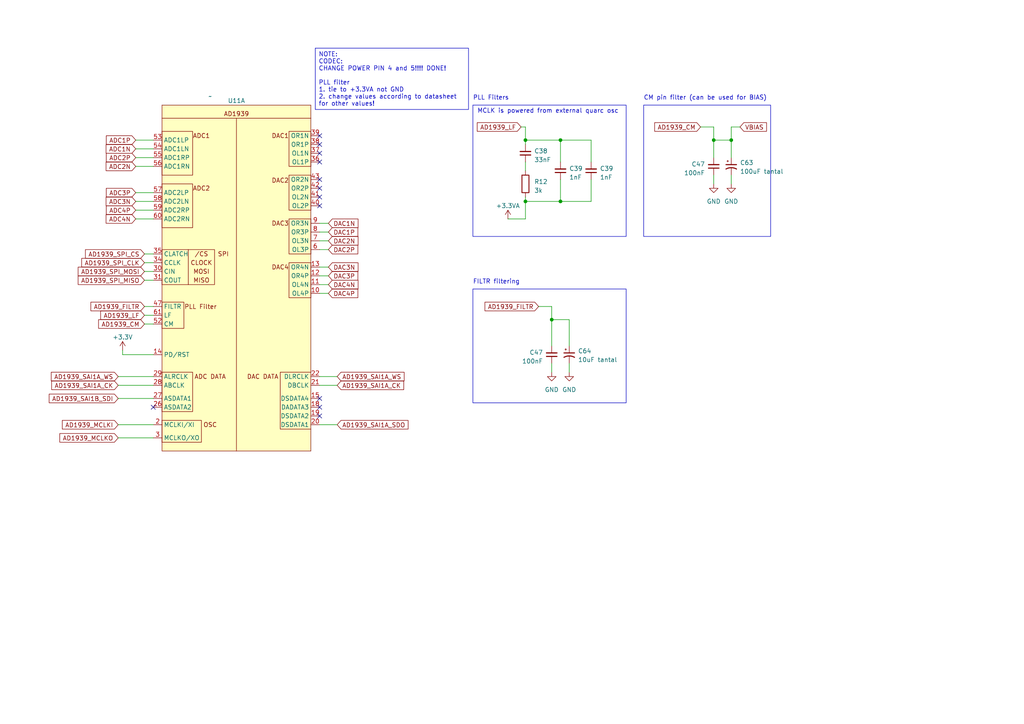
<source format=kicad_sch>
(kicad_sch (version 20231120) (generator "eeschema") (generator_version "8.0")
  (paper "A4")
  (lib_symbols
    (symbol "Device:C_Polarized_Small_US" (pin_numbers hide) (pin_names (offset 0.254) hide)
      (property "Reference" "C" (at 0.254 1.778 0))
      (property "Value" "C_Polarized_Small_US" (at 0.254 -2.032 0))
      (symbol "C_Polarized_Small_US_0_1"
        (polyline (pts (xy -1.524 0.508) (xy 1.524 0.508)) (stroke (width 0.3048)))
        (polyline (pts (xy -1.27 1.524) (xy -0.762 1.524)))
        (polyline (pts (xy -1.016 1.27) (xy -1.016 1.778)))
        (arc (start 1.524 -0.762) (mid 0 -0.3734) (end -1.524 -0.762) (stroke (width 0.3048)))
      )
      (symbol "C_Polarized_Small_US_1_1"
        (pin passive line (at 0 2.54 270) (length 2.032) (name "~") (number "1"))
        (pin passive line (at 0 -2.54 90) (length 2.032) (name "~") (number "2"))
      )
    )
    (symbol "Device:C_Small" (pin_numbers hide) (pin_names (offset 0.254) hide)
      (property "Reference" "C" (at 0.254 1.778 0))
      (property "Value" "C_Small" (at 0.254 -2.032 0))
      (symbol "C_Small_0_1"
        (polyline (pts (xy -1.524 -0.508) (xy 1.524 -0.508)) (stroke (width 0.3302)))
        (polyline (pts (xy -1.524 0.508) (xy 1.524 0.508)) (stroke (width 0.3048)))
      )
      (symbol "C_Small_1_1"
        (pin passive line (at 0 2.54 270) (length 2.032) (name "~") (number "1"))
        (pin passive line (at 0 -2.54 90) (length 2.032) (name "~") (number "2"))
      )
    )
    (symbol "Device:R" (pin_numbers hide) (pin_names (offset 0))
      (property "Reference" "R" (at 2.032 0 90))
      (property "Value" "R" (at 0 0 90))
      (symbol "R_0_1"
        (rectangle (start -1.016 -2.54) (end 1.016 2.54) (stroke (width 0.254)))
      )
      (symbol "R_1_1"
        (pin passive line (at 0 3.81 270) (length 1.27) (name "~") (number "1"))
        (pin passive line (at 0 -3.81 90) (length 1.27) (name "~") (number "2"))
      )
    )
    (symbol "codec:AD1939"
      (property "Reference" "U" (at -10.16 5.08 0))
      (symbol "AD1939_1_1"
        (rectangle (start -13.97 -93.98) (end -2.54 -100.33))
        (rectangle (start -13.97 -80.01) (end -5.08 -91.44))
        (rectangle (start -13.97 -59.69) (end -7.62 -67.31))
        (rectangle (start -13.97 -44.45) (end -6.35 -54.61))
        (rectangle (start -13.97 -25.4) (end -5.08 -38.1))
        (rectangle (start -13.97 -10.16) (end -5.08 -22.86))
        (rectangle (start -13.97 -2.54) (end 29.21 -102.87) (fill (type background)))
        (polyline (pts (xy -13.97 -6.35) (xy 29.21 -6.35)))
        (polyline (pts (xy 7.62 -6.35) (xy 7.62 -102.87)))
        (polyline (pts (xy -6.35 -44.45) (xy 1.27 -44.45) (xy 1.27 -54.61) (xy -6.35 -54.61)))
        (polyline (pts (xy 29.21 -80.01) (xy 20.32 -80.01) (xy 20.32 -96.52) (xy 29.21 -96.52)))
        (rectangle (start 22.86 -48.26) (end 29.21 -58.42))
        (rectangle (start 22.86 -35.56) (end 29.21 -45.72))
        (rectangle (start 22.86 -22.86) (end 29.21 -33.02))
        (rectangle (start 22.86 -10.16) (end 29.21 -20.32))
        (text "/CS" (at -2.54 -45.72 0) (effects (font (size 1.27 1.27))))
        (text "AD1939" (at 7.62 -5.08 0) (effects (font (size 1.27 1.27))))
        (text "ADC DATA" (at 0 -81.28 0) (effects (font (size 1.27 1.27))))
        (text "ADC1\n" (at -2.54 -11.43 0) (effects (font (size 1.27 1.27))))
        (text "ADC2\n" (at -2.54 -26.67 0) (effects (font (size 1.27 1.27))))
        (text "CLOCK" (at -2.54 -48.26 0) (effects (font (size 1.27 1.27))))
        (text "DAC DATA" (at 15.24 -81.28 0) (effects (font (size 1.27 1.27))))
        (text "DAC1\n" (at 20.32 -11.43 0) (effects (font (size 1.27 1.27))))
        (text "DAC2\n\n" (at 20.32 -25.4 0) (effects (font (size 1.27 1.27))))
        (text "DAC3\n" (at 20.32 -36.83 0) (effects (font (size 1.27 1.27))))
        (text "DAC4\n" (at 20.32 -49.53 0) (effects (font (size 1.27 1.27))))
        (text "MISO" (at -2.54 -53.34 0) (effects (font (size 1.27 1.27))))
        (text "MOSI" (at -2.54 -50.8 0) (effects (font (size 1.27 1.27))))
        (text "OSC" (at 0 -95.25 0) (effects (font (size 1.27 1.27))))
        (text "PLL Filter" (at -2.7837 -60.9893 0) (effects (font (size 1.27 1.27))))
        (text "SPI\n" (at 3.81 -45.72 0) (effects (font (size 1.27 1.27))))
        (pin output line (at 31.75 -57.15 180) (length 2.54) (name "OL4P") (number "10"))
        (pin output line (at 31.75 -54.61 180) (length 2.54) (name "OL4N") (number "11"))
        (pin output line (at 31.75 -52.07 180) (length 2.54) (name "OR4P") (number "12"))
        (pin output line (at 31.75 -49.53 180) (length 2.54) (name "OR4N") (number "13"))
        (pin input line (at -16.51 -74.93 0) (length 2.54) (name "PD/RST") (number "14"))
        (pin bidirectional line (at 31.75 -87.63 180) (length 2.54) (name "DSDATA4") (number "15"))
        (pin bidirectional line (at 31.75 -90.17 180) (length 2.54) (name "DADATA3") (number "18"))
        (pin bidirectional line (at 31.75 -92.71 180) (length 2.54) (name "DSDATA2") (number "19"))
        (pin input line (at -16.51 -95.25 0) (length 2.54) (name "MCLKI/XI") (number "2"))
        (pin input line (at 31.75 -95.25 180) (length 2.54) (name "DSDATA1") (number "20"))
        (pin bidirectional line (at 31.75 -83.82 180) (length 2.54) (name "DBCLK") (number "21"))
        (pin bidirectional line (at 31.75 -81.28 180) (length 2.54) (name "DLRCLK") (number "22"))
        (pin bidirectional line (at -16.51 -90.17 0) (length 2.54) (name "ASDATA2") (number "26"))
        (pin output line (at -16.51 -87.63 0) (length 2.54) (name "ASDATA1") (number "27"))
        (pin bidirectional line (at -16.51 -83.82 0) (length 2.54) (name "ABCLK") (number "28"))
        (pin bidirectional line (at -16.51 -81.28 0) (length 2.54) (name "ALRCLK") (number "29"))
        (pin output line (at -16.51 -99.06 0) (length 2.54) (name "MCLKO/XO") (number "3"))
        (pin input line (at -16.51 -50.8 0) (length 2.54) (name "CIN") (number "30"))
        (pin bidirectional line (at -16.51 -53.34 0) (length 2.54) (name "COUT") (number "31"))
        (pin input line (at -16.51 -48.26 0) (length 2.54) (name "CCLK") (number "34"))
        (pin input line (at -16.51 -45.72 0) (length 2.54) (name "CLATCH") (number "35"))
        (pin output line (at 31.75 -19.05 180) (length 2.54) (name "OL1P") (number "36"))
        (pin output line (at 31.75 -16.51 180) (length 2.54) (name "OL1N") (number "37"))
        (pin output line (at 31.75 -13.97 180) (length 2.54) (name "OR1P") (number "38"))
        (pin output line (at 31.75 -11.43 180) (length 2.54) (name "OR1N") (number "39"))
        (pin output line (at 31.75 -31.75 180) (length 2.54) (name "OL2P") (number "40"))
        (pin output line (at 31.75 -29.21 180) (length 2.54) (name "OL2N") (number "41"))
        (pin output line (at 31.75 -26.67 180) (length 2.54) (name "OR2P") (number "42"))
        (pin output line (at 31.75 -24.13 180) (length 2.54) (name "OR2N") (number "43"))
        (pin output line (at -16.51 -60.96 0) (length 2.54) (name "FILTR") (number "47"))
        (pin output line (at -16.51 -66.04 0) (length 2.54) (name "CM") (number "52"))
        (pin input line (at -16.51 -12.7 0) (length 2.54) (name "ADC1LP") (number "53"))
        (pin input line (at -16.51 -15.24 0) (length 2.54) (name "ADC1LN") (number "54"))
        (pin input line (at -16.51 -17.78 0) (length 2.54) (name "ADC1RP") (number "55"))
        (pin input line (at -16.51 -20.32 0) (length 2.54) (name "ADC1RN") (number "56"))
        (pin input line (at -16.51 -27.94 0) (length 2.54) (name "ADC2LP") (number "57"))
        (pin input line (at -16.51 -30.48 0) (length 2.54) (name "ADC2LN") (number "58"))
        (pin input line (at -16.51 -33.02 0) (length 2.54) (name "ADC2RP") (number "59"))
        (pin output line (at 31.75 -44.45 180) (length 2.54) (name "OL3P") (number "6"))
        (pin input line (at -16.51 -35.56 0) (length 2.54) (name "ADC2RN") (number "60"))
        (pin output line (at -16.51 -63.5 0) (length 2.54) (name "LF") (number "61"))
        (pin output line (at 31.75 -41.91 180) (length 2.54) (name "OL3N") (number "7"))
        (pin output line (at 31.75 -39.37 180) (length 2.54) (name "OR3P") (number "8"))
        (pin output line (at 31.75 -36.83 180) (length 2.54) (name "OR3N") (number "9"))
      )
      (symbol "AD1939_2_1"
        (rectangle (start -11.43 3.81) (end 11.43 -35.56) (fill (type background)))
        (polyline (pts (xy -11.43 0) (xy 11.43 0)))
        (polyline (pts (xy 0 0) (xy 0 -35.56)))
        (text "AD1939_PWR\n" (at 0 1.27 0) (effects (font (size 1.27 1.27))))
        (text "Analog" (at 6.35 -1.27 0) (effects (font (size 1.27 1.27))))
        (text "Digital\n" (at -6.35 -1.27 0) (effects (font (size 1.27 1.27))))
        (pin input line (at 13.97 -24.13 180) (length 2.54) (name "AGND") (number "1"))
        (pin input line (at -13.97 -21.59 0) (length 2.54) (name "DGND") (number "16"))
        (pin input line (at -13.97 -5.08 0) (length 2.54) (name "DVDD") (number "17"))
        (pin input line (at -13.97 -16.51 0) (length 2.54) (name "VSUPPLY") (number "23"))
        (pin input line (at -13.97 -11.43 0) (length 2.54) (name "VSENSE") (number "24"))
        (pin output line (at -13.97 -13.97 0) (length 2.54) (name "VDRIVE") (number "25"))
        (pin input line (at -13.97 -7.62 0) (length 2.54) (name "DVDD") (number "32"))
        (pin input line (at -13.97 -24.13 0) (length 2.54) (name "DGND") (number "33"))
        (pin input line (at 13.97 -21.59 180) (length 2.54) (name "AGND") (number "4"))
        (pin input line (at 13.97 -31.75 180) (length 2.54) (name "AGND") (number "44"))
        (pin input line (at 13.97 -10.16 180) (length 2.54) (name "AVDD") (number "45"))
        (pin input line (at 13.97 -29.21 180) (length 2.54) (name "AGND") (number "46"))
        (pin input line (at 13.97 -26.67 180) (length 2.54) (name "AGND") (number "48"))
        (pin no_connect line (at -13.97 -26.67 0) (length 2.54) (name "NC") (number "49"))
        (pin input line (at 13.97 -19.05 180) (length 2.54) (name "AGND") (number "5"))
        (pin no_connect line (at -13.97 -29.21 0) (length 2.54) (name "NC") (number "50"))
        (pin input line (at 13.97 -7.62 180) (length 2.54) (name "AVDD") (number "51"))
        (pin input line (at 13.97 -5.08 180) (length 2.54) (name "AVDD") (number "62"))
        (pin no_connect line (at -13.97 -31.75 0) (length 2.54) (name "NC") (number "63"))
        (pin no_connect line (at -13.97 -34.29 0) (length 2.54) (name "NC") (number "64"))
      )
    )
    (symbol "power:+3.3V" (power) (pin_names (offset 0))
      (property "Value" "+3.3V" (at 0 3.556 0))
      (symbol "+3.3V_0_1"
        (polyline (pts (xy -0.762 1.27) (xy 0 2.54)))
        (polyline (pts (xy 0 0) (xy 0 2.54)))
        (polyline (pts (xy 0 2.54) (xy 0.762 1.27)))
      )
      (symbol "+3.3V_1_1"
        (pin power_in line (at 0 0 90) (length 0) hide (name "+3.3V") (number "1"))
      )
    )
    (symbol "power:+3.3VA" (power) (pin_names (offset 0))
      (property "Value" "+3.3VA" (at 0 3.556 0))
      (symbol "+3.3VA_0_1"
        (polyline (pts (xy -0.762 1.27) (xy 0 2.54)))
        (polyline (pts (xy 0 0) (xy 0 2.54)))
        (polyline (pts (xy 0 2.54) (xy 0.762 1.27)))
      )
      (symbol "+3.3VA_1_1"
        (pin power_in line (at 0 0 90) (length 0) hide (name "+3.3VA") (number "1"))
      )
    )
    (symbol "power:GND" (power) (pin_names (offset 0))
      (property "Value" "GND" (at 0 -3.81 0))
      (symbol "GND_0_1"
        (polyline (pts (xy 0 0) (xy 0 -1.27) (xy 1.27 -1.27) (xy 0 -2.54) (xy -1.27 -1.27) (xy 0 -1.27)))
      )
      (symbol "GND_1_1"
        (pin power_in line (at 0 0 270) (length 0) hide (name "GND") (number "1"))
      )
    )
  )
  (junction (at 212.09 40.64))
  (junction (at 152.4 40.64))
  (junction (at 160.02 92.71))
  (junction (at 152.4 58.42))
  (junction (at 162.56 40.64))
  (junction (at 162.56 58.42))
  (junction (at 207.01 40.64))
  (no_connect (at 92.71 115.57))
  (no_connect (at 92.71 59.69))
  (no_connect (at 92.71 118.11))
  (no_connect (at 92.71 52.07))
  (no_connect (at 92.71 46.99))
  (no_connect (at 92.71 41.91))
  (no_connect (at 92.71 54.61))
  (no_connect (at 92.71 44.45))
  (no_connect (at 92.71 39.37))
  (no_connect (at 92.71 57.15))
  (no_connect (at 92.71 120.65))
  (no_connect (at 44.45 118.11))
  (wire (pts (xy 95.25 82.55) (xy 92.71 82.55)))
  (wire (pts (xy 35.56 101.6) (xy 35.56 102.87)))
  (wire (pts (xy 207.01 40.64) (xy 212.09 40.64)))
  (wire (pts (xy 41.91 73.66) (xy 44.45 73.66)))
  (wire (pts (xy 165.1 105.41) (xy 165.1 107.95)))
  (wire (pts (xy 95.25 69.85) (xy 92.71 69.85)))
  (wire (pts (xy 39.37 55.88) (xy 44.45 55.88)))
  (wire (pts (xy 212.09 36.83) (xy 212.09 40.64)))
  (wire (pts (xy 152.4 58.42) (xy 152.4 63.5)))
  (wire (pts (xy 152.4 58.42) (xy 162.56 58.42)))
  (wire (pts (xy 171.45 46.99) (xy 171.45 40.64)))
  (wire (pts (xy 152.4 46.99) (xy 152.4 49.53)))
  (wire (pts (xy 156.21 88.9) (xy 160.02 88.9)))
  (wire (pts (xy 160.02 88.9) (xy 160.02 92.71)))
  (wire (pts (xy 160.02 92.71) (xy 160.02 100.33)))
  (wire (pts (xy 92.71 123.19) (xy 97.79 123.19)))
  (wire (pts (xy 214.63 36.83) (xy 212.09 36.83)))
  (wire (pts (xy 160.02 105.41) (xy 160.02 107.95)))
  (wire (pts (xy 152.4 40.64) (xy 152.4 41.91)))
  (wire (pts (xy 39.37 58.42) (xy 44.45 58.42)))
  (wire (pts (xy 41.91 91.44) (xy 44.45 91.44)))
  (wire (pts (xy 92.71 109.22) (xy 97.79 109.22)))
  (wire (pts (xy 95.25 77.47) (xy 92.71 77.47)))
  (wire (pts (xy 162.56 52.07) (xy 162.56 58.42)))
  (wire (pts (xy 152.4 57.15) (xy 152.4 58.42)))
  (wire (pts (xy 160.02 92.71) (xy 165.1 92.71)))
  (wire (pts (xy 171.45 40.64) (xy 162.56 40.64)))
  (wire (pts (xy 34.29 109.22) (xy 44.45 109.22)))
  (wire (pts (xy 92.71 111.76) (xy 97.79 111.76)))
  (wire (pts (xy 95.25 72.39) (xy 92.71 72.39)))
  (wire (pts (xy 207.01 40.64) (xy 207.01 36.83)))
  (wire (pts (xy 162.56 58.42) (xy 171.45 58.42)))
  (wire (pts (xy 39.37 40.64) (xy 44.45 40.64)))
  (wire (pts (xy 165.1 92.71) (xy 165.1 100.33)))
  (wire (pts (xy 95.25 64.77) (xy 92.71 64.77)))
  (wire (pts (xy 147.32 63.5) (xy 152.4 63.5)))
  (wire (pts (xy 95.25 80.01) (xy 92.71 80.01)))
  (wire (pts (xy 41.91 76.2) (xy 44.45 76.2)))
  (wire (pts (xy 212.09 50.8) (xy 212.09 53.34)))
  (wire (pts (xy 44.45 102.87) (xy 35.56 102.87)))
  (wire (pts (xy 171.45 52.07) (xy 171.45 58.42)))
  (wire (pts (xy 39.37 45.72) (xy 44.45 45.72)))
  (wire (pts (xy 41.91 88.9) (xy 44.45 88.9)))
  (wire (pts (xy 152.4 40.64) (xy 162.56 40.64)))
  (wire (pts (xy 34.29 111.76) (xy 44.45 111.76)))
  (wire (pts (xy 162.56 40.64) (xy 162.56 46.99)))
  (wire (pts (xy 95.25 67.31) (xy 92.71 67.31)))
  (wire (pts (xy 39.37 63.5) (xy 44.45 63.5)))
  (wire (pts (xy 207.01 50.8) (xy 207.01 53.34)))
  (wire (pts (xy 152.4 36.83) (xy 152.4 40.64)))
  (wire (pts (xy 203.2 36.83) (xy 207.01 36.83)))
  (wire (pts (xy 39.37 60.96) (xy 44.45 60.96)))
  (wire (pts (xy 39.37 48.26) (xy 44.45 48.26)))
  (wire (pts (xy 41.91 93.98) (xy 44.45 93.98)))
  (wire (pts (xy 34.29 127) (xy 44.45 127)))
  (wire (pts (xy 95.25 85.09) (xy 92.71 85.09)))
  (wire (pts (xy 41.91 81.28) (xy 44.45 81.28)))
  (wire (pts (xy 212.09 40.64) (xy 212.09 45.72)))
  (wire (pts (xy 41.91 78.74) (xy 44.45 78.74)))
  (wire (pts (xy 207.01 40.64) (xy 207.01 45.72)))
  (wire (pts (xy 34.29 115.57) (xy 44.45 115.57)))
  (wire (pts (xy 151.13 36.83) (xy 152.4 36.83)))
  (wire (pts (xy 39.37 43.18) (xy 44.45 43.18)))
  (wire (pts (xy 34.29 123.19) (xy 44.45 123.19)))
  (rectangle (start 137.16 30.48) (end 181.61 68.58))
  (rectangle (start 186.69 30.48) (end 223.52 68.58))
  (rectangle (start 137.16 83.82) (end 181.61 116.84))
  (text_box "NOTE: \nCODEC:\nCHANGE POWER PIN 4 and 5!!!! DONE!\n\nPLL filter\n1. tie to +3.3VA not GND\n2. change values according to datasheet for other values!" (at 91.44 13.97 0) (size 44.45 17.78) (effects (font (size 1.27 1.27)) (justify left top)))
  (text "PLL Filters" (at 137.16 29.21 0) (effects (font (size 1.27 1.27)) (justify left bottom)))
  (text "FILTR filtering" (at 137.16 82.55 0) (effects (font (size 1.27 1.27)) (justify left bottom)))
  (text "MCLK is powered from external quarc osc" (at 138.43 33.02 0) (effects (font (size 1.27 1.27)) (justify left bottom)))
  (text "CM pin filter (can be used for BIAS)" (at 186.69 29.21 0) (effects (font (size 1.27 1.27)) (justify left bottom)))
  (global_label "AD1939_SAI1B_SDI" (shape input) (at 34.29 115.57 180) (property "Intersheetrefs" "${INTERSHEET_REFS}" (effects (hide yes))))
  (global_label "AD1939_SAI1A_SDO" (shape input) (at 97.79 123.19 0) (property "Intersheetrefs" "${INTERSHEET_REFS}" (effects (hide yes))))
  (global_label "AD1939_SAI1A_CK" (shape input) (at 97.79 111.76 0) (property "Intersheetrefs" "${INTERSHEET_REFS}" (effects (hide yes))))
  (global_label "DAC3N" (shape input) (at 95.25 77.47 0) (property "Intersheetrefs" "${INTERSHEET_REFS}" (effects (hide yes))))
  (global_label "AD1939_SPI_CS" (shape input) (at 41.91 73.66 180) (property "Intersheetrefs" "${INTERSHEET_REFS}" (effects (hide yes))))
  (global_label "AD1939_SAI1A_WS" (shape input) (at 97.79 109.22 0) (property "Intersheetrefs" "${INTERSHEET_REFS}" (effects (hide yes))))
  (global_label "AD1939_FILTR" (shape input) (at 41.91 88.9 180) (property "Intersheetrefs" "${INTERSHEET_REFS}" (effects (hide yes))))
  (global_label "DAC1N" (shape input) (at 95.25 64.77 0) (property "Intersheetrefs" "${INTERSHEET_REFS}" (effects (hide yes))))
  (global_label "AD1939_SPI_MISO" (shape input) (at 41.91 81.28 180) (property "Intersheetrefs" "${INTERSHEET_REFS}" (effects (hide yes))))
  (global_label "AD1939_SAI1A_CK" (shape input) (at 34.29 111.76 180) (property "Intersheetrefs" "${INTERSHEET_REFS}" (effects (hide yes))))
  (global_label "ADC3N" (shape input) (at 39.37 58.42 180) (property "Intersheetrefs" "${INTERSHEET_REFS}" (effects (hide yes))))
  (global_label "AD1939_FILTR" (shape input) (at 156.21 88.9 180) (property "Intersheetrefs" "${INTERSHEET_REFS}" (effects (hide yes))))
  (global_label "DAC2N" (shape input) (at 95.25 69.85 0) (property "Intersheetrefs" "${INTERSHEET_REFS}" (effects (hide yes))))
  (global_label "AD1939_LF" (shape input) (at 41.91 91.44 180) (property "Intersheetrefs" "${INTERSHEET_REFS}" (effects (hide yes))))
  (global_label "DAC4P" (shape input) (at 95.25 85.09 0) (property "Intersheetrefs" "${INTERSHEET_REFS}" (effects (hide yes))))
  (global_label "AD1939_SAI1A_WS" (shape input) (at 34.29 109.22 180) (property "Intersheetrefs" "${INTERSHEET_REFS}" (effects (hide yes))))
  (global_label "DAC2P" (shape input) (at 95.25 72.39 0) (property "Intersheetrefs" "${INTERSHEET_REFS}" (effects (hide yes))))
  (global_label "AD1939_CM" (shape input) (at 41.91 93.98 180) (property "Intersheetrefs" "${INTERSHEET_REFS}" (effects (hide yes))))
  (global_label "AD1939_SPI_MOSI" (shape input) (at 41.91 78.74 180) (property "Intersheetrefs" "${INTERSHEET_REFS}" (effects (hide yes))))
  (global_label "ADC1N" (shape input) (at 39.37 43.18 180) (property "Intersheetrefs" "${INTERSHEET_REFS}" (effects (hide yes))))
  (global_label "ADC2P" (shape input) (at 39.37 45.72 180) (property "Intersheetrefs" "${INTERSHEET_REFS}" (effects (hide yes))))
  (global_label "VBIAS" (shape input) (at 214.63 36.83 0) (property "Intersheetrefs" "${INTERSHEET_REFS}" (effects (hide yes))))
  (global_label "ADC1P" (shape input) (at 39.37 40.64 180) (property "Intersheetrefs" "${INTERSHEET_REFS}" (effects (hide yes))))
  (global_label "ADC3P" (shape input) (at 39.37 55.88 180) (property "Intersheetrefs" "${INTERSHEET_REFS}" (effects (hide yes))))
  (global_label "ADC4P" (shape input) (at 39.37 60.96 180) (property "Intersheetrefs" "${INTERSHEET_REFS}" (effects (hide yes))))
  (global_label "DAC3P" (shape input) (at 95.25 80.01 0) (property "Intersheetrefs" "${INTERSHEET_REFS}" (effects (hide yes))))
  (global_label "DAC4N" (shape input) (at 95.25 82.55 0) (property "Intersheetrefs" "${INTERSHEET_REFS}" (effects (hide yes))))
  (global_label "AD1939_MCLKO" (shape input) (at 34.29 127 180) (property "Intersheetrefs" "${INTERSHEET_REFS}" (effects (hide yes))))
  (global_label "DAC1P" (shape input) (at 95.25 67.31 0) (property "Intersheetrefs" "${INTERSHEET_REFS}" (effects (hide yes))))
  (global_label "AD1939_MCLKI" (shape input) (at 34.29 123.19 180) (property "Intersheetrefs" "${INTERSHEET_REFS}" (effects (hide yes))))
  (global_label "AD1939_SPI_CLK" (shape input) (at 41.91 76.2 180) (property "Intersheetrefs" "${INTERSHEET_REFS}" (effects (hide yes))))
  (global_label "AD1939_CM" (shape input) (at 203.2 36.83 180) (property "Intersheetrefs" "${INTERSHEET_REFS}" (effects (hide yes))))
  (global_label "ADC4N" (shape input) (at 39.37 63.5 180) (property "Intersheetrefs" "${INTERSHEET_REFS}" (effects (hide yes))))
  (global_label "ADC2N" (shape input) (at 39.37 48.26 180) (property "Intersheetrefs" "${INTERSHEET_REFS}" (effects (hide yes))))
  (global_label "AD1939_LF" (shape input) (at 151.13 36.83 180) (property "Intersheetrefs" "${INTERSHEET_REFS}" (effects (hide yes))))
  (symbol (lib_id "codec:AD1939") (at 60.96 27.94 0) (unit 1)
    (property "Reference" "U11" (at 68.58 29.21 0))
    (property "Value" "~" (at 60.96 27.94 0))
    (property "Footprint" "Package_QFP:LQFP-64_10x10mm_P0.5mm" (effects (hide yes)))
    (property "JLCPCB" "C2913556" (effects (hide yes)))
    (property "LCSC Part" "C2913556" (effects (hide yes)))
  )
  (symbol (lib_id "Device:R") (at 152.4 53.34 0) (unit 1)
    (property "Reference" "R12" (at 154.94 52.705 0) (effects (justify left)))
    (property "Value" "3k" (at 154.94 55.245 0) (effects (justify left)))
    (property "Footprint" "Resistor_SMD:R_0603_1608Metric" (effects (hide yes)))
    (property "JLCPCB" "C4211" (effects (hide yes)))
    (property "LCSC Part" "C4211" (effects (hide yes)))
    (instances (project "stm_audio_board_V3" (path "" (reference "R12") (unit 1)) (path "" (reference "R10") (unit 1)) (path "" (reference "R10") (unit 1)) (path "" (reference "R10") (unit 1))))
  )
  (symbol (lib_id "Device:C_Polarized_Small_US") (at 165.1 102.87 0) (unit 1)
    (property "Reference" "C64" (at 167.64 101.8032 0) (effects (justify left)))
    (property "Value" "10uF tantal" (at 167.64 104.3432 0) (effects (justify left)))
    (property "Footprint" "Capacitor_Tantalum_SMD:CP_EIA-3216-18_Kemet-A" (effects (hide yes)))
    (property "JLCPCB" "C7171" (effects (hide yes)))
    (property "LCSC Part" "C7171" (effects (hide yes)))
    (instances (project "stm_audio_board_V3" (path "" (reference "C64") (unit 1)) (path "" (reference "C64") (unit 1)) (path "" (reference "C80") (unit 1))))
  )
  (symbol (lib_id "Device:C_Small") (at 152.4 44.45 180) (unit 1)
    (property "Reference" "C38" (at 154.94 43.8086 0) (effects (justify right)))
    (property "Value" "33nF" (at 154.94 46.3486 0) (effects (justify right)))
    (property "Footprint" "Capacitor_SMD:C_0805_2012Metric_Pad1.18x1.45mm_HandSolder" (effects (hide yes)))
    (property "JLCPCB" "C21117" (effects (hide yes)))
    (property "LCSC Part" "C21117" (effects (hide yes)))
    (instances (project "stm_audio_board_V3" (path "" (reference "C38") (unit 1)) (path "" (reference "C38") (unit 1)) (path "" (reference "C67") (unit 1)) (path "" (reference "C38") (unit 1))))
  )
  (symbol (lib_id "power:GND") (at 165.1 107.95 0) (unit 1)
    (property "Reference" "#PWR02" (effects (hide yes)))
    (property "Value" "GND" (at 165.1 113.03 0))
    (instances (project "stm_audio_board_V3" (path "" (reference "#PWR02") (unit 1)) (path "" (reference "#PWR01") (unit 1)) (path "" (reference "#PWR060") (unit 1)) (path "" (reference "#PWR041") (unit 1))))
  )
  (symbol (lib_id "Device:C_Small") (at 207.01 48.26 0) (mirror x) (unit 1)
    (property "Reference" "C47" (at 204.47 47.6186 0) (effects (justify right)))
    (property "Value" "100nF" (at 204.47 50.1586 0) (effects (justify right)))
    (property "Footprint" "Capacitor_SMD:C_0603_1608Metric" (effects (hide yes)))
    (property "JLCPCB" "C14663" (effects (hide yes)))
    (property "LCSC Part" "C14663" (effects (hide yes)))
    (instances (project "stm_audio_board_V3" (path "" (reference "C47") (unit 1)) (path "" (reference "C63") (unit 1)) (path "" (reference "C25") (unit 1))))
  )
  (symbol (lib_id "power:+3.3VA") (at 147.32 63.5 0) (unit 1)
    (property "Reference" "#PWR044" (effects (hide yes)))
    (property "Value" "+3.3VA" (at 147.32 59.69 0))
    (instances (project "stm_audio_board_V3" (path "" (reference "#PWR044") (unit 1)) (path "" (reference "#PWR037") (unit 1))))
  )
  (symbol (lib_id "Device:C_Small") (at 171.45 49.53 180) (unit 1)
    (property "Reference" "C39" (at 173.99 48.8886 0) (effects (justify right)))
    (property "Value" "1nF" (at 173.99 51.4286 0) (effects (justify right)))
    (property "Footprint" "Capacitor_SMD:C_0603_1608Metric" (effects (hide yes)))
    (property "JLCPCB" "C1588" (effects (hide yes)))
    (property "LCSC Part" "C1588" (effects (hide yes)))
    (instances (project "stm_audio_board_V3" (path "" (reference "C39") (unit 1)) (path "" (reference "C39") (unit 1)) (path "" (reference "C228") (unit 1)) (path "" (reference "C39") (unit 1))))
  )
  (symbol (lib_id "power:+3.3V") (at 35.56 101.6 0) (unit 1)
    (property "Reference" "#PWR087" (effects (hide yes)))
    (property "Value" "+3.3V" (at 35.56 97.79 0))
    (instances (project "stm_audio_board_V3" (path "" (reference "#PWR087") (unit 1)) (path "" (reference "#PWR062") (unit 1))))
  )
  (symbol (lib_id "Device:C_Small") (at 162.56 49.53 180) (unit 1)
    (property "Reference" "C39" (at 165.1 48.8886 0) (effects (justify right)))
    (property "Value" "1nF" (at 165.1 51.4286 0) (effects (justify right)))
    (property "Footprint" "Capacitor_SMD:C_0603_1608Metric" (effects (hide yes)))
    (property "JLCPCB" "C1588" (effects (hide yes)))
    (property "LCSC Part" "C1588" (effects (hide yes)))
    (instances (project "stm_audio_board_V3" (path "" (reference "C39") (unit 1)) (path "" (reference "C39") (unit 1)) (path "" (reference "C68") (unit 1)) (path "" (reference "C39") (unit 1))))
  )
  (symbol (lib_id "Device:C_Polarized_Small_US") (at 212.09 48.26 0) (unit 1)
    (property "Reference" "C63" (at 214.63 47.1932 0) (effects (justify left)))
    (property "Value" "100uF tantal" (at 214.63 49.7332 0) (effects (justify left)))
    (property "Footprint" "Capacitor_Tantalum_SMD:CP_EIA-3528-21_Kemet-B" (effects (hide yes)))
    (property "Datasheet" "https://www.hestore.hu/prod_10032010.html" (effects (hide yes)))
    (property "JLCPCB" "C16133" (effects (hide yes)))
    (property "LCSC Part" "C16133" (effects (hide yes)))
    (instances (project "stm_audio_board_V3" (path "" (reference "C63") (unit 1)) (path "" (reference "C67") (unit 1)) (path "" (reference "C26") (unit 1))))
  )
  (symbol (lib_id "power:GND") (at 207.01 53.34 0) (unit 1)
    (property "Reference" "#PWR02" (effects (hide yes)))
    (property "Value" "GND" (at 207.01 58.42 0))
    (instances (project "stm_audio_board_V3" (path "" (reference "#PWR02") (unit 1)) (path "" (reference "#PWR01") (unit 1)) (path "" (reference "#PWR040") (unit 1)) (path "" (reference "#PWR016") (unit 1))))
  )
  (symbol (lib_id "Device:C_Small") (at 160.02 102.87 0) (mirror x) (unit 1)
    (property "Reference" "C47" (at 157.48 102.2286 0) (effects (justify right)))
    (property "Value" "100nF" (at 157.48 104.7686 0) (effects (justify right)))
    (property "Footprint" "Capacitor_SMD:C_0603_1608Metric" (effects (hide yes)))
    (property "JLCPCB" "C14663" (effects (hide yes)))
    (property "LCSC Part" "C14663" (effects (hide yes)))
    (instances (project "stm_audio_board_V3" (path "" (reference "C47") (unit 1)) (path "" (reference "C68") (unit 1)) (path "" (reference "C79") (unit 1))))
  )
  (symbol (lib_id "power:GND") (at 212.09 53.34 0) (unit 1)
    (property "Reference" "#PWR02" (effects (hide yes)))
    (property "Value" "GND" (at 212.09 58.42 0))
    (instances (project "stm_audio_board_V3" (path "" (reference "#PWR02") (unit 1)) (path "" (reference "#PWR01") (unit 1)) (path "" (reference "#PWR041") (unit 1)) (path "" (reference "#PWR032") (unit 1))))
  )
  (symbol (lib_id "power:GND") (at 160.02 107.95 0) (unit 1)
    (property "Reference" "#PWR02" (effects (hide yes)))
    (property "Value" "GND" (at 160.02 113.03 0))
    (instances (project "stm_audio_board_V3" (path "" (reference "#PWR02") (unit 1)) (path "" (reference "#PWR01") (unit 1)) (path "" (reference "#PWR059") (unit 1)) (path "" (reference "#PWR040") (unit 1))))
  )
)
</source>
